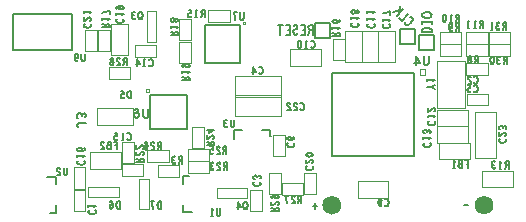
<source format=gbo>
G04 ================== begin FILE IDENTIFICATION RECORD ==================*
G04 Layout Name:  transponderRC2_4-11.brd*
G04 Film Name:    Silkscreen_bot*
G04 File Format:  Gerber RS274X*
G04 File Origin:  Cadence Allegro 17.2-S042*
G04 Origin Date:  Thu Jan 24 18:04:02 2019*
G04 *
G04 Layer:  PACKAGE GEOMETRY/SILKSCREEN_BOTTOM*
G04 Layer:  BOARD GEOMETRY/SILKSCREEN_BOTTOM*
G04 Layer:  REF DES/SILKSCREEN_BOTTOM*
G04 *
G04 Offset:    (0.0000 0.0000)*
G04 Mirror:    No*
G04 Mode:      Positive*
G04 Rotation:  0*
G04 FullContactRelief:  No*
G04 UndefLineWidth:     0.1500*
G04 ================== end FILE IDENTIFICATION RECORD ====================*
%FSAX55Y55*MOMM*%
%IR0*IPPOS*OFA0.00000B0.00000*MIA0B0*SFA1.00000B1.00000*%
%ADD10C,.1*%
%ADD11C,.13*%
%ADD12C,.15*%
%ADD13C,.1524*%
G75*
%LPD*%
G75*
G36*
G01X-0001575000Y0000110000D02*
G03X-0001575000Y0000110000I-0000080000J0D01*
G37*
G36*
G01X-0000285000Y0000110000D02*
G03X-0000285000Y0000110000I-0000080000J0D01*
G37*
G54D10*
G01X-0003840000Y0000240000D02*
X-0003840000Y0000060000D01*
X-0003740000Y0000060000D01*
X-0003740000Y0000240000D01*
X-0003840000Y0000240000D01*
G01X-0003740000Y0000250000D02*
X-0003740000Y0000430000D01*
X-0003840000Y0000430000D01*
X-0003840000Y0000250000D01*
X-0003740000Y0000250000D01*
G01X-0003740000Y0001595000D02*
X-0003740000Y0001415000D01*
X-0003640000Y0001415000D01*
X-0003640000Y0001595000D01*
X-0003740000Y0001595000D01*
G01X-0003330000Y0000465000D02*
X-0003330000Y0000645000D01*
X-0003430000Y0000645000D01*
X-0003430000Y0000465000D01*
X-0003330000Y0000465000D01*
G01X-0003250000Y0000460000D02*
X-0003430000Y0000460000D01*
X-0003430000Y0000360000D01*
X-0003250000Y0000360000D01*
X-0003250000Y0000460000D01*
G01X-0003700000Y0000420000D02*
X-0003440000Y0000420000D01*
X-0003440000Y0000560000D01*
X-0003700000Y0000560000D01*
X-0003700000Y0000420000D01*
G01X-0003465000Y0000180000D02*
X-0003715000Y0000180000D01*
X-0003715000Y0000260000D01*
X-0003455000Y0000260000D01*
X-0003455000Y0000180000D01*
X-0003465000Y0000180000D01*
G01X-0003340000Y0000930000D02*
X-0003640000Y0000930000D01*
X-0003640000Y0000790000D01*
X-0003340000Y0000790000D01*
X-0003340000Y0000930000D01*
G01X-0003360000Y0001280000D02*
X-0003540000Y0001280000D01*
X-0003540000Y0001180000D01*
X-0003360000Y0001180000D01*
X-0003360000Y0001280000D01*
G01X-0003630000Y0001595000D02*
X-0003630000Y0001415000D01*
X-0003530000Y0001415000D01*
X-0003530000Y0001595000D01*
X-0003630000Y0001595000D01*
G01X-0003520000Y0001640000D02*
X-0003520000Y0001380000D01*
X-0003380000Y0001380000D01*
X-0003380000Y0001640000D01*
X-0003520000Y0001640000D01*
G01X-0003205000Y0000325000D02*
X-0003205000Y0000075000D01*
X-0003285000Y0000075000D01*
X-0003285000Y0000335000D01*
X-0003205000Y0000335000D01*
X-0003205000Y0000325000D01*
G01X-0003125000Y0000350000D02*
X-0002945000Y0000350000D01*
X-0002945000Y0000450000D01*
X-0003125000Y0000450000D01*
X-0003125000Y0000350000D01*
G01X-0003035000Y0000575000D02*
X-0003215000Y0000575000D01*
X-0003215000Y0000475000D01*
X-0003035000Y0000475000D01*
X-0003035000Y0000575000D01*
G01X-0003205000Y0001070000D02*
X-0003225000Y0001070000D01*
X-0003225000Y0001090000D01*
X-0003205000Y0001090000D01*
X-0003205000Y0001070000D01*
G01X-0003140000Y0001465000D02*
X-0003320000Y0001465000D01*
X-0003320000Y0001365000D01*
X-0003140000Y0001365000D01*
X-0003140000Y0001465000D01*
G01X-0003220000Y0001500000D02*
X-0003220000Y0001750000D01*
X-0003140000Y0001750000D01*
X-0003140000Y0001490000D01*
X-0003220000Y0001490000D01*
X-0003220000Y0001500000D01*
G01X-0002875000Y0000385000D02*
X-0002695000Y0000385000D01*
X-0002695000Y0000485000D01*
X-0002875000Y0000485000D01*
X-0002875000Y0000385000D01*
G01X-0002695000Y0000585000D02*
X-0002875000Y0000585000D01*
X-0002875000Y0000485000D01*
X-0002695000Y0000485000D01*
X-0002695000Y0000585000D01*
G01X-0002835000Y0000775000D02*
X-0002835000Y0000595000D01*
X-0002735000Y0000595000D01*
X-0002735000Y0000775000D01*
X-0002835000Y0000775000D01*
G01X-0002845000Y0001505000D02*
X-0002845000Y0001685000D01*
X-0002945000Y0001685000D01*
X-0002945000Y0001505000D01*
X-0002845000Y0001505000D01*
G01X-0002945000Y0001494990D02*
X-0002945000Y0001315010D01*
X-0002845000Y0001315010D01*
X-0002845000Y0001494990D01*
X-0002945000Y0001494990D01*
G01X-0002699990Y0001665000D02*
X-0002520010Y0001665000D01*
X-0002520010Y0001765000D01*
X-0002699990Y0001765000D01*
X-0002699990Y0001665000D01*
G01X-0002380000Y0000175000D02*
X-0002630000Y0000175000D01*
X-0002630000Y0000255000D01*
X-0002370000Y0000255000D01*
X-0002370000Y0000175000D01*
X-0002380000Y0000175000D01*
G01X-0002476680Y0001025000D02*
X-0002086680Y0001025000D01*
X-0002086680Y0001205000D01*
X-0002476680Y0001205000D01*
X-0002476680Y0001025000D01*
G01X-0002476680Y0000865000D02*
X-0002086680Y0000865000D01*
X-0002086680Y0001045000D01*
X-0002476680Y0001045000D01*
X-0002476680Y0000865000D01*
G01X-0002410000Y0001645000D02*
X-0002410000Y0001665000D01*
X-0002390000Y0001665000D01*
X-0002390000Y0001645000D01*
X-0002410000Y0001645000D01*
G01X-0002345000Y0000240000D02*
X-0002345000Y0000060000D01*
X-0002245000Y0000060000D01*
X-0002245000Y0000240000D01*
X-0002345000Y0000240000D01*
G01X-0002075000Y0000200000D02*
X-0001895000Y0000200000D01*
X-0001895000Y0000300000D01*
X-0002075000Y0000300000D01*
X-0002075000Y0000200000D01*
G01X-0002085000Y0000205000D02*
X-0002085000Y0000385000D01*
X-0002185000Y0000385000D01*
X-0002185000Y0000205000D01*
X-0002085000Y0000205000D01*
G01X-0002150000Y0000705000D02*
X-0002150000Y0000525000D01*
X-0002050000Y0000525000D01*
X-0002050000Y0000705000D01*
X-0002150000Y0000705000D01*
G01X-0002010000Y0001290000D02*
X-0001750000Y0001290000D01*
X-0001750000Y0001430000D01*
X-0002010000Y0001430000D01*
X-0002010000Y0001290000D01*
G01X-0001890000Y0000385000D02*
X-0001890000Y0000205000D01*
X-0001790000Y0000205000D01*
X-0001790000Y0000385000D01*
X-0001890000Y0000385000D01*
G01X-0001435000Y0000175000D02*
X-0001175000Y0000175000D01*
X-0001175000Y0000315000D01*
X-0001435000Y0000315000D01*
X-0001435000Y0000175000D01*
G01X-0001540000Y0001340000D02*
X-0001540000Y0001520000D01*
X-0001640000Y0001520000D01*
X-0001640000Y0001340000D01*
X-0001540000Y0001340000D01*
G01X-0001400000Y0001585000D02*
X-0001400000Y0001325000D01*
X-0001260000Y0001325000D01*
X-0001260000Y0001585000D01*
X-0001400000Y0001585000D01*
G01X-0001540000Y0001585000D02*
X-0001540000Y0001325000D01*
X-0001400000Y0001325000D01*
X-0001400000Y0001585000D01*
X-0001540000Y0001585000D01*
G01X-0001260000Y0001585000D02*
X-0001260000Y0001325000D01*
X-0001120000Y0001325000D01*
X-0001120000Y0001585000D01*
X-0001260000Y0001585000D01*
G01X-0000485000Y0000640000D02*
X-0000745000Y0000640000D01*
X-0000745000Y0000500000D01*
X-0000485000Y0000500000D01*
X-0000485000Y0000640000D01*
G01X-0000505000Y0000920000D02*
X-0000765000Y0000920000D01*
X-0000765000Y0000780000D01*
X-0000505000Y0000780000D01*
X-0000505000Y0000920000D01*
G01X-0000505000Y0000780000D02*
X-0000765000Y0000780000D01*
X-0000765000Y0000640000D01*
X-0000505000Y0000640000D01*
X-0000505000Y0000780000D01*
G01X-0000525000Y0000930000D02*
X-0000525000Y0001330000D01*
X-0000765000Y0001330000D01*
X-0000765000Y0000930000D01*
X-0000525000Y0000930000D01*
G01X-0000865000Y0001215000D02*
X-0000905000Y0001215000D01*
X-0000905000Y0001265000D01*
X-0000865000Y0001265000D01*
X-0000865000Y0001215000D01*
G01X-0000560000Y0001475000D02*
X-0000740000Y0001475000D01*
X-0000740000Y0001375000D01*
X-0000560000Y0001375000D01*
X-0000560000Y0001475000D01*
G01X-0000740000Y0001475000D02*
X-0000560000Y0001475000D01*
X-0000560000Y0001575000D01*
X-0000740000Y0001575000D01*
X-0000740000Y0001475000D01*
G01X-0000120000Y0000400000D02*
X-0000380000Y0000400000D01*
X-0000380000Y0000260000D01*
X-0000120000Y0000260000D01*
X-0000120000Y0000400000D01*
G01X-0000440000Y0000901680D02*
X-0000440000Y0000511680D01*
X-0000260000Y0000511680D01*
X-0000260000Y0000901680D01*
X-0000440000Y0000901680D01*
G01X-0000510000Y0000955000D02*
X-0000330000Y0000955000D01*
X-0000330000Y0001055000D01*
X-0000510000Y0001055000D01*
X-0000510000Y0000955000D01*
G01X-0000515000Y0001210000D02*
X-0000335000Y0001210000D01*
X-0000335000Y0001310000D01*
X-0000515000Y0001310000D01*
X-0000515000Y0001210000D01*
G01X-0000335000Y0001475000D02*
X-0000515000Y0001475000D01*
X-0000515000Y0001375000D01*
X-0000335000Y0001375000D01*
X-0000335000Y0001475000D01*
G01X-0000515000Y0001475000D02*
X-0000335000Y0001475000D01*
X-0000335000Y0001575000D01*
X-0000515000Y0001575000D01*
X-0000515000Y0001475000D01*
G01X-0000145000Y0001475000D02*
X-0000325000Y0001475000D01*
X-0000325000Y0001375000D01*
X-0000145000Y0001375000D01*
X-0000145000Y0001475000D01*
G01X-0000325000Y0001475000D02*
X-0000145000Y0001475000D01*
X-0000145000Y0001575000D01*
X-0000325000Y0001575000D01*
X-0000325000Y0001475000D01*
G54D11*
G01X-0001814330Y0001555000D02*
X-0001814330Y0001635000D01*
X-0001837670Y0001635000D01*
X-0001845130Y0001631000D01*
X-0001849800Y0001625670D01*
X-0001851670Y0001615000D01*
X-0001849800Y0001604330D01*
X-0001844200Y0001597670D01*
X-0001837670Y0001593670D01*
X-0001814330Y0001593670D01*
G01X-0001837670Y0001593670D02*
X-0001851670Y0001555000D01*
G01X-0001915670Y0001555000D02*
X-0001878330Y0001555000D01*
X-0001878330Y0001635000D01*
X-0001915670Y0001635000D01*
G01X-0001900730Y0001596330D02*
X-0001878330Y0001596330D01*
G01X-0001941400Y0001565660D02*
X-0001948870Y0001559000D01*
X-0001957270Y0001555000D01*
X-0001964730Y0001555000D01*
X-0001972200Y0001559000D01*
X-0001977800Y0001565660D01*
X-0001980600Y0001575000D01*
X-0001978730Y0001584330D01*
X-0001974070Y0001592330D01*
X-0001965670Y0001597670D01*
X-0001954470Y0001600330D01*
X-0001947930Y0001605670D01*
X-0001945130Y0001615000D01*
X-0001947000Y0001624330D01*
X-0001951670Y0001631000D01*
X-0001958200Y0001635000D01*
X-0001964730Y0001635000D01*
X-0001971270Y0001632330D01*
X-0001976870Y0001625670D01*
G01X-0002043670Y0001555000D02*
X-0002006330Y0001555000D01*
X-0002006330Y0001635000D01*
X-0002043670Y0001635000D01*
G01X-0002028730Y0001596330D02*
X-0002006330Y0001596330D01*
G01X-0002089000Y0001635000D02*
X-0002089000Y0001555000D01*
G01X-0002067530Y0001635000D02*
X-0002110470Y0001635000D01*
G01X-0000992460Y0001706170D02*
X-0000985670Y0001705040D01*
X-0000979170Y0001702310D01*
X-0000973890Y0001697030D01*
X-0000970780Y0001688260D01*
X-0000970870Y0001678930D01*
X-0000973230Y0001669970D01*
X-0000980020Y0001657900D01*
X-0000987840Y0001648750D01*
X-0000997650Y0001641590D01*
X-0001005290Y0001637910D01*
X-0001014900Y0001636220D01*
X-0001023290Y0001637060D01*
X-0001029800Y0001639800D01*
X-0001034420Y0001644420D01*
X-0001037150Y0001650920D01*
X-0001038290Y0001657710D01*
X-0001037820Y0001664780D01*
G01X-0001005280Y0001728420D02*
X-0001061850Y0001671850D01*
X-0001088250Y0001698250D01*
G01X-0001105780Y0001715780D02*
X-0001049210Y0001772350D01*
G01X-0001074290Y0001797430D02*
X-0001084100Y0001737460D01*
G01X-0001134820Y0001744820D02*
X-0001079290Y0001764710D01*
G01X-0000890000Y0001572470D02*
X-0000810000Y0001572470D01*
X-0000810000Y0001591130D01*
X-0000814000Y0001598600D01*
X-0000819330Y0001604200D01*
X-0000827330Y0001608870D01*
X-0000836670Y0001612600D01*
X-0000850000Y0001613530D01*
X-0000863330Y0001612600D01*
X-0000872670Y0001608870D01*
X-0000880670Y0001604200D01*
X-0000886000Y0001598600D01*
X-0000890000Y0001591130D01*
X-0000890000Y0001572470D01*
G01X-0000810000Y0001645800D02*
X-0000810000Y0001668200D01*
G01X-0000810000Y0001657000D02*
X-0000890000Y0001657000D01*
G01X-0000890000Y0001645800D02*
X-0000890000Y0001668200D01*
G01X-0000890000Y0001721000D02*
X-0000888670Y0001713530D01*
X-0000883330Y0001707000D01*
X-0000875330Y0001701400D01*
X-0000866000Y0001697670D01*
X-0000855330Y0001695800D01*
X-0000844670Y0001695800D01*
X-0000834000Y0001697670D01*
X-0000824670Y0001701400D01*
X-0000816670Y0001707000D01*
X-0000811330Y0001713530D01*
X-0000810000Y0001721000D01*
X-0000811330Y0001728470D01*
X-0000816670Y0001735000D01*
X-0000824670Y0001740600D01*
X-0000834000Y0001744330D01*
X-0000844670Y0001746200D01*
X-0000855330Y0001746200D01*
X-0000866000Y0001744330D01*
X-0000875330Y0001740600D01*
X-0000883330Y0001735000D01*
X-0000888670Y0001728470D01*
X-0000890000Y0001721000D01*
G54D12*
G01X-0001775560Y0000102330D02*
X-0001814160Y0000102330D01*
G01X-0001793250Y0000129850D02*
X-0001793250Y0000074810D01*
G01X-0000497340Y0000112330D02*
X-0000539160Y0000112330D01*
G01X-0003850000Y0001725000D02*
X-0003850000Y0001425000D01*
X-0004350000Y0001425000D01*
X-0004350000Y0001725000D01*
X-0003850000Y0001725000D01*
G01X-0003656790Y0000065220D02*
X-0003653620Y0000061160D01*
X-0003651500Y0000056420D01*
X-0003651500Y0000051000D01*
X-0003654680Y0000044900D01*
X-0003659970Y0000040160D01*
X-0003666320Y0000036770D01*
X-0003676900Y0000034060D01*
X-0003686430Y0000033390D01*
X-0003695950Y0000034740D01*
X-0003702300Y0000036770D01*
X-0003708650Y0000040840D01*
X-0003712880Y0000045580D01*
X-0003715000Y0000050320D01*
X-0003715000Y0000055060D01*
X-0003712880Y0000059800D01*
X-0003709710Y0000063870D01*
X-0003705480Y0000067250D01*
G01X-0003715000Y0000106200D02*
X-0003651500Y0000106200D01*
X-0003664200Y0000098070D01*
G01X-0003715000Y0000098070D02*
X-0003715000Y0000114330D01*
G01X-0003751790Y0000485220D02*
X-0003748620Y0000481160D01*
X-0003746500Y0000476420D01*
X-0003746500Y0000471000D01*
X-0003749680Y0000464900D01*
X-0003754970Y0000460160D01*
X-0003761320Y0000456770D01*
X-0003771900Y0000454060D01*
X-0003781430Y0000453390D01*
X-0003790950Y0000454740D01*
X-0003797300Y0000456770D01*
X-0003803650Y0000460840D01*
X-0003807880Y0000465580D01*
X-0003810000Y0000470320D01*
X-0003810000Y0000475060D01*
X-0003807880Y0000479800D01*
X-0003804710Y0000483870D01*
X-0003800480Y0000487250D01*
G01X-0003810000Y0000526200D02*
X-0003746500Y0000526200D01*
X-0003759200Y0000518070D01*
G01X-0003810000Y0000518070D02*
X-0003810000Y0000534330D01*
G01X-0003783540Y0000569210D02*
X-0003776130Y0000573950D01*
X-0003771900Y0000578020D01*
X-0003769780Y0000583430D01*
X-0003771900Y0000588180D01*
X-0003776130Y0000591560D01*
X-0003782480Y0000594270D01*
X-0003789890Y0000594950D01*
X-0003796240Y0000594270D01*
X-0003802590Y0000591560D01*
X-0003807880Y0000587500D01*
X-0003810000Y0000582760D01*
X-0003807880Y0000577340D01*
X-0003801540Y0000572600D01*
X-0003792010Y0000569890D01*
X-0003781430Y0000569210D01*
X-0003767670Y0000570560D01*
X-0003760260Y0000572600D01*
X-0003752850Y0000575980D01*
X-0003747560Y0000580730D01*
X-0003746500Y0000585470D01*
X-0003748620Y0000590210D01*
X-0003753910Y0000593600D01*
G01X-0003895420Y0000428500D02*
X-0003895420Y0000382990D01*
X-0003898130Y0000373460D01*
X-0003903550Y0000367120D01*
X-0003910320Y0000365000D01*
X-0003917090Y0000367120D01*
X-0003922510Y0000373460D01*
X-0003925220Y0000382990D01*
X-0003925220Y0000428500D01*
G01X-0003953330Y0000417920D02*
X-0003957390Y0000424270D01*
X-0003962140Y0000427440D01*
X-0003967550Y0000428500D01*
X-0003974330Y0000426380D01*
X-0003979070Y0000421090D01*
X-0003980420Y0000414740D01*
X-0003979750Y0000408390D01*
X-0003977040Y0000403100D01*
X-0003963490Y0000392520D01*
X-0003957390Y0000385110D01*
X-0003953330Y0000374520D01*
X-0003951980Y0000365000D01*
X-0003980420Y0000365000D01*
G01X-0003799250Y0000769740D02*
X-0003807130Y0000774610D01*
X-0003812380Y0000780450D01*
X-0003815000Y0000787260D01*
X-0003812380Y0000795050D01*
X-0003807130Y0000800890D01*
X-0003799250Y0000806740D01*
X-0003788750Y0000808680D01*
X-0003736260Y0000808680D01*
G01X-0003799250Y0000846530D02*
X-0003808440Y0000852370D01*
X-0003813690Y0000860160D01*
X-0003815000Y0000868920D01*
X-0003813690Y0000876710D01*
X-0003807130Y0000884500D01*
X-0003799250Y0000889370D01*
X-0003791380Y0000890340D01*
X-0003782190Y0000888400D01*
X-0003775630Y0000881580D01*
X-0003773000Y0000874770D01*
X-0003773000Y0000866000D01*
G01X-0003773000Y0000874770D02*
X-0003769070Y0000880610D01*
X-0003762510Y0000885480D01*
X-0003754630Y0000887420D01*
X-0003746760Y0000885480D01*
X-0003740200Y0000880610D01*
X-0003736260Y0000871840D01*
X-0003737570Y0000863080D01*
X-0003742820Y0000854320D01*
G01X-0003745420Y0001393500D02*
X-0003745420Y0001347990D01*
X-0003748130Y0001338460D01*
X-0003753550Y0001332120D01*
X-0003760320Y0001330000D01*
X-0003767090Y0001332120D01*
X-0003772510Y0001338460D01*
X-0003775220Y0001347990D01*
X-0003775220Y0001393500D01*
G01X-0003804680Y0001337410D02*
X-0003809430Y0001332120D01*
X-0003814850Y0001330000D01*
X-0003820260Y0001332120D01*
X-0003825010Y0001338460D01*
X-0003828390Y0001347990D01*
X-0003829750Y0001357520D01*
X-0003829750Y0001369160D01*
X-0003828390Y0001378680D01*
X-0003825010Y0001387150D01*
X-0003820940Y0001391380D01*
X-0003816200Y0001393500D01*
X-0003810780Y0001391380D01*
X-0003806720Y0001387150D01*
X-0003804010Y0001380800D01*
X-0003802650Y0001372330D01*
X-0003804010Y0001364930D01*
X-0003807390Y0001357520D01*
X-0003811460Y0001353280D01*
X-0003816200Y0001352220D01*
X-0003821620Y0001354340D01*
X-0003825680Y0001359630D01*
X-0003829750Y0001369160D01*
G01X-0003696790Y0001645220D02*
X-0003693620Y0001641160D01*
X-0003691500Y0001636420D01*
X-0003691500Y0001631000D01*
X-0003694680Y0001624900D01*
X-0003699970Y0001620160D01*
X-0003706320Y0001616770D01*
X-0003716900Y0001614060D01*
X-0003726430Y0001613390D01*
X-0003735950Y0001614740D01*
X-0003742300Y0001616770D01*
X-0003748650Y0001620840D01*
X-0003752880Y0001625580D01*
X-0003755000Y0001630320D01*
X-0003755000Y0001635060D01*
X-0003752880Y0001639800D01*
X-0003749710Y0001643870D01*
X-0003745480Y0001647250D01*
G01X-0003702080Y0001673330D02*
X-0003695730Y0001677390D01*
X-0003692560Y0001682140D01*
X-0003691500Y0001687550D01*
X-0003693620Y0001694330D01*
X-0003698910Y0001699070D01*
X-0003705260Y0001700420D01*
X-0003711610Y0001699750D01*
X-0003716900Y0001697040D01*
X-0003727480Y0001683490D01*
X-0003734890Y0001677390D01*
X-0003745480Y0001673330D01*
X-0003755000Y0001671980D01*
X-0003755000Y0001700420D01*
G01X-0003755000Y0001742080D02*
X-0003691500Y0001742080D01*
X-0003704200Y0001733950D01*
G01X-0003755000Y0001733950D02*
X-0003755000Y0001750210D01*
G01X-0003450420Y0000080000D02*
X-0003450420Y0000143500D01*
X-0003463970Y0000143500D01*
X-0003469380Y0000140320D01*
X-0003473450Y0000136090D01*
X-0003476840Y0000129740D01*
X-0003479540Y0000122330D01*
X-0003480220Y0000111750D01*
X-0003479540Y0000101170D01*
X-0003476840Y0000093760D01*
X-0003473450Y0000087410D01*
X-0003469380Y0000083170D01*
X-0003463970Y0000080000D01*
X-0003450420Y0000080000D01*
G01X-0003508330Y0000106460D02*
X-0003513070Y0000113870D01*
X-0003517140Y0000118100D01*
X-0003522550Y0000120220D01*
X-0003527300Y0000118100D01*
X-0003530680Y0000113870D01*
X-0003533390Y0000107520D01*
X-0003534070Y0000100110D01*
X-0003533390Y0000093760D01*
X-0003530680Y0000087410D01*
X-0003526620Y0000082120D01*
X-0003521880Y0000080000D01*
X-0003516460Y0000082120D01*
X-0003511720Y0000088460D01*
X-0003509010Y0000097990D01*
X-0003508330Y0000108570D01*
X-0003509680Y0000122330D01*
X-0003511720Y0000129740D01*
X-0003515100Y0000137150D01*
X-0003519850Y0000142440D01*
X-0003524590Y0000143500D01*
X-0003529330Y0000141380D01*
X-0003532720Y0000136090D01*
G01X-0003385220Y0000718210D02*
X-0003381160Y0000721380D01*
X-0003376420Y0000723500D01*
X-0003371000Y0000723500D01*
X-0003364900Y0000720320D01*
X-0003360160Y0000715030D01*
X-0003356770Y0000708680D01*
X-0003354060Y0000698100D01*
X-0003353390Y0000688570D01*
X-0003354740Y0000679050D01*
X-0003356770Y0000672700D01*
X-0003360840Y0000666350D01*
X-0003365580Y0000662120D01*
X-0003370320Y0000660000D01*
X-0003375060Y0000660000D01*
X-0003379800Y0000662120D01*
X-0003383870Y0000665290D01*
X-0003387250Y0000669520D01*
G01X-0003426200Y0000660000D02*
X-0003426200Y0000723500D01*
X-0003418070Y0000710800D01*
G01X-0003418070Y0000660000D02*
X-0003434330Y0000660000D01*
G01X-0003467180Y0000669520D02*
X-0003471240Y0000664230D01*
X-0003475980Y0000661060D01*
X-0003482080Y0000660000D01*
X-0003488180Y0000662120D01*
X-0003492920Y0000666350D01*
X-0003496300Y0000673760D01*
X-0003496980Y0000682220D01*
X-0003495630Y0000690690D01*
X-0003492240Y0000695980D01*
X-0003487500Y0000700220D01*
X-0003482760Y0000701270D01*
X-0003478020Y0000700220D01*
X-0003471920Y0000695980D01*
X-0003473950Y0000723500D01*
X-0003492240Y0000723500D01*
G01X-0003472450Y0000585000D02*
X-0003472450Y0000648500D01*
X-0003498190Y0000648500D01*
G01X-0003488710Y0000617810D02*
X-0003472450Y0000617810D01*
G01X-0003546620Y0000618870D02*
X-0003549330Y0000622040D01*
X-0003551360Y0000627330D01*
X-0003552720Y0000634740D01*
X-0003551360Y0000641090D01*
X-0003548650Y0000645320D01*
X-0003543910Y0000648500D01*
X-0003525620Y0000648500D01*
X-0003525620Y0000585000D01*
X-0003547970Y0000585000D01*
X-0003552720Y0000589230D01*
X-0003555420Y0000595580D01*
X-0003556780Y0000602990D01*
X-0003555420Y0000610400D01*
X-0003551360Y0000616750D01*
X-0003546620Y0000618870D01*
X-0003525620Y0000618870D01*
G01X-0003584210Y0000637920D02*
X-0003588270Y0000644270D01*
X-0003593020Y0000647440D01*
X-0003598430Y0000648500D01*
X-0003605210Y0000646380D01*
X-0003609950Y0000641090D01*
X-0003611300Y0000634740D01*
X-0003610630Y0000628390D01*
X-0003607920Y0000623100D01*
X-0003594370Y0000612520D01*
X-0003588270Y0000605110D01*
X-0003584210Y0000594520D01*
X-0003582860Y0000585000D01*
X-0003611300Y0000585000D01*
G01X-0003355420Y0001015000D02*
X-0003355420Y0001078500D01*
X-0003368970Y0001078500D01*
X-0003374380Y0001075320D01*
X-0003378450Y0001071090D01*
X-0003381840Y0001064740D01*
X-0003384540Y0001057330D01*
X-0003385220Y0001046750D01*
X-0003384540Y0001036170D01*
X-0003381840Y0001028760D01*
X-0003378450Y0001022410D01*
X-0003374380Y0001018170D01*
X-0003368970Y0001015000D01*
X-0003355420Y0001015000D01*
G01X-0003411300Y0001024520D02*
X-0003415360Y0001019230D01*
X-0003420100Y0001016060D01*
X-0003426200Y0001015000D01*
X-0003432300Y0001017120D01*
X-0003437040Y0001021350D01*
X-0003440420Y0001028760D01*
X-0003441100Y0001037220D01*
X-0003439750Y0001045690D01*
X-0003436360Y0001050980D01*
X-0003431620Y0001055220D01*
X-0003426880Y0001056270D01*
X-0003422140Y0001055220D01*
X-0003416040Y0001050980D01*
X-0003418070Y0001078500D01*
X-0003436360Y0001078500D01*
G01X-0003391770Y0001295000D02*
X-0003391770Y0001358500D01*
X-0003408710Y0001358500D01*
X-0003414130Y0001355320D01*
X-0003417510Y0001351090D01*
X-0003418870Y0001342620D01*
X-0003417510Y0001334160D01*
X-0003413450Y0001328870D01*
X-0003408710Y0001325690D01*
X-0003391770Y0001325690D01*
G01X-0003408710Y0001325690D02*
X-0003418870Y0001295000D01*
G01X-0003448330Y0001347920D02*
X-0003452390Y0001354270D01*
X-0003457140Y0001357440D01*
X-0003462550Y0001358500D01*
X-0003469330Y0001356380D01*
X-0003474070Y0001351090D01*
X-0003475420Y0001344740D01*
X-0003474750Y0001338390D01*
X-0003472040Y0001333100D01*
X-0003458490Y0001322520D01*
X-0003452390Y0001315110D01*
X-0003448330Y0001304520D01*
X-0003446980Y0001295000D01*
X-0003475420Y0001295000D01*
G01X-0003517080Y0001295000D02*
X-0003521820Y0001296060D01*
X-0003527240Y0001299230D01*
X-0003530630Y0001304520D01*
X-0003531980Y0001311930D01*
X-0003530630Y0001319340D01*
X-0003526560Y0001325690D01*
X-0003520470Y0001328870D01*
X-0003513690Y0001328870D01*
X-0003509630Y0001330980D01*
X-0003506240Y0001336270D01*
X-0003504890Y0001343680D01*
X-0003506920Y0001351090D01*
X-0003511660Y0001356380D01*
X-0003517080Y0001358500D01*
X-0003522500Y0001356380D01*
X-0003527240Y0001351090D01*
X-0003529270Y0001343680D01*
X-0003527920Y0001336270D01*
X-0003524530Y0001330980D01*
X-0003520470Y0001328870D01*
X-0003513690Y0001328870D01*
X-0003507600Y0001325690D01*
X-0003503530Y0001319340D01*
X-0003502180Y0001311930D01*
X-0003503530Y0001304520D01*
X-0003506920Y0001299230D01*
X-0003512340Y0001296060D01*
X-0003517080Y0001295000D01*
G01X-0003600000Y0001616770D02*
X-0003536500Y0001616770D01*
X-0003536500Y0001633710D01*
X-0003539680Y0001639130D01*
X-0003543910Y0001642510D01*
X-0003552380Y0001643870D01*
X-0003560840Y0001642510D01*
X-0003566130Y0001638450D01*
X-0003569310Y0001633710D01*
X-0003569310Y0001616770D01*
G01X-0003569310Y0001633710D02*
X-0003600000Y0001643870D01*
G01X-0003600000Y0001686200D02*
X-0003536500Y0001686200D01*
X-0003549200Y0001678070D01*
G01X-0003600000Y0001678070D02*
X-0003600000Y0001694330D01*
G01X-0003600000Y0001740730D02*
X-0003586240Y0001742080D01*
X-0003574600Y0001744110D01*
X-0003564020Y0001746820D01*
X-0003552380Y0001750210D01*
X-0003536500Y0001755630D01*
X-0003536500Y0001728530D01*
G01X-0003421790Y0001685220D02*
X-0003418620Y0001681160D01*
X-0003416500Y0001676420D01*
X-0003416500Y0001671000D01*
X-0003419680Y0001664900D01*
X-0003424970Y0001660160D01*
X-0003431320Y0001656770D01*
X-0003441900Y0001654060D01*
X-0003451430Y0001653390D01*
X-0003460950Y0001654740D01*
X-0003467300Y0001656770D01*
X-0003473650Y0001660840D01*
X-0003477880Y0001665580D01*
X-0003480000Y0001670320D01*
X-0003480000Y0001675060D01*
X-0003477880Y0001679800D01*
X-0003474710Y0001683870D01*
X-0003470480Y0001687250D01*
G01X-0003480000Y0001726200D02*
X-0003416500Y0001726200D01*
X-0003429200Y0001718070D01*
G01X-0003480000Y0001718070D02*
X-0003480000Y0001734330D01*
G01X-0003472590Y0001770560D02*
X-0003477880Y0001775310D01*
X-0003480000Y0001780730D01*
X-0003477880Y0001786140D01*
X-0003471540Y0001790890D01*
X-0003462010Y0001794270D01*
X-0003452480Y0001795630D01*
X-0003440840Y0001795630D01*
X-0003431320Y0001794270D01*
X-0003422850Y0001790890D01*
X-0003418620Y0001786820D01*
X-0003416500Y0001782080D01*
X-0003418620Y0001776660D01*
X-0003422850Y0001772600D01*
X-0003429200Y0001769890D01*
X-0003437670Y0001768530D01*
X-0003445070Y0001769890D01*
X-0003452480Y0001773270D01*
X-0003456720Y0001777340D01*
X-0003457780Y0001782080D01*
X-0003455660Y0001787500D01*
X-0003450370Y0001791560D01*
X-0003440840Y0001795630D01*
G01X-0003100420Y0000080000D02*
X-0003100420Y0000143500D01*
X-0003113970Y0000143500D01*
X-0003119380Y0000140320D01*
X-0003123450Y0000136090D01*
X-0003126840Y0000129740D01*
X-0003129540Y0000122330D01*
X-0003130220Y0000111750D01*
X-0003129540Y0000101170D01*
X-0003126840Y0000093760D01*
X-0003123450Y0000087410D01*
X-0003119380Y0000083170D01*
X-0003113970Y0000080000D01*
X-0003100420Y0000080000D01*
G01X-0003169850Y0000080000D02*
X-0003171200Y0000093760D01*
X-0003173230Y0000105400D01*
X-0003175940Y0000115980D01*
X-0003179330Y0000127620D01*
X-0003184750Y0000143500D01*
X-0003157650Y0000143500D01*
G01X-0003310000Y0000476770D02*
X-0003246500Y0000476770D01*
X-0003246500Y0000493710D01*
X-0003249680Y0000499130D01*
X-0003253910Y0000502510D01*
X-0003262380Y0000503870D01*
X-0003270840Y0000502510D01*
X-0003276130Y0000498450D01*
X-0003279310Y0000493710D01*
X-0003279310Y0000476770D01*
G01X-0003279310Y0000493710D02*
X-0003310000Y0000503870D01*
G01X-0003257080Y0000533330D02*
X-0003250730Y0000537390D01*
X-0003247560Y0000542140D01*
X-0003246500Y0000547550D01*
X-0003248620Y0000554330D01*
X-0003253910Y0000559070D01*
X-0003260260Y0000560420D01*
X-0003266610Y0000559750D01*
X-0003271900Y0000557040D01*
X-0003282480Y0000543490D01*
X-0003289890Y0000537390D01*
X-0003300480Y0000533330D01*
X-0003310000Y0000531980D01*
X-0003310000Y0000560420D01*
G01X-0003257080Y0000589210D02*
X-0003250730Y0000593270D01*
X-0003247560Y0000598020D01*
X-0003246500Y0000603430D01*
X-0003248620Y0000610210D01*
X-0003253910Y0000614950D01*
X-0003260260Y0000616300D01*
X-0003266610Y0000615630D01*
X-0003271900Y0000612920D01*
X-0003282480Y0000599370D01*
X-0003289890Y0000593270D01*
X-0003300480Y0000589210D01*
X-0003310000Y0000587860D01*
X-0003310000Y0000616300D01*
G01X-0003101770Y0000580000D02*
X-0003101770Y0000643500D01*
X-0003118710Y0000643500D01*
X-0003124130Y0000640320D01*
X-0003127510Y0000636090D01*
X-0003128870Y0000627620D01*
X-0003127510Y0000619160D01*
X-0003123450Y0000613870D01*
X-0003118710Y0000610690D01*
X-0003101770Y0000610690D01*
G01X-0003118710Y0000610690D02*
X-0003128870Y0000580000D01*
G01X-0003158330Y0000632920D02*
X-0003162390Y0000639270D01*
X-0003167140Y0000642440D01*
X-0003172550Y0000643500D01*
X-0003179330Y0000641380D01*
X-0003184070Y0000636090D01*
X-0003185420Y0000629740D01*
X-0003184750Y0000623390D01*
X-0003182040Y0000618100D01*
X-0003168490Y0000607520D01*
X-0003162390Y0000600110D01*
X-0003158330Y0000589520D01*
X-0003156980Y0000580000D01*
X-0003185420Y0000580000D01*
G01X-0003214210Y0000606460D02*
X-0003218950Y0000613870D01*
X-0003223020Y0000618100D01*
X-0003228430Y0000620220D01*
X-0003233180Y0000618100D01*
X-0003236560Y0000613870D01*
X-0003239270Y0000607520D01*
X-0003239950Y0000600110D01*
X-0003239270Y0000593760D01*
X-0003236560Y0000587410D01*
X-0003232500Y0000582120D01*
X-0003227760Y0000580000D01*
X-0003222340Y0000582120D01*
X-0003217600Y0000588460D01*
X-0003214890Y0000597990D01*
X-0003214210Y0000608570D01*
X-0003215560Y0000622330D01*
X-0003217600Y0000629740D01*
X-0003220980Y0000637150D01*
X-0003225730Y0000642440D01*
X-0003230470Y0000643500D01*
X-0003235210Y0000641380D01*
X-0003238600Y0000636090D01*
G01X-0003207790Y0000923740D02*
X-0003207790Y0000867310D01*
X-0003211680Y0000855500D01*
X-0003219470Y0000847620D01*
X-0003229210Y0000845000D01*
X-0003238950Y0000847620D01*
X-0003246740Y0000855500D01*
X-0003250630Y0000867310D01*
X-0003250630Y0000923740D01*
G01X-0003289450Y0000877810D02*
X-0003296270Y0000887000D01*
X-0003302110Y0000892240D01*
X-0003309900Y0000894870D01*
X-0003316710Y0000892240D01*
X-0003321580Y0000887000D01*
X-0003325480Y0000879120D01*
X-0003326450Y0000869930D01*
X-0003325480Y0000862060D01*
X-0003321580Y0000854180D01*
X-0003315740Y0000847620D01*
X-0003308920Y0000845000D01*
X-0003301130Y0000847620D01*
X-0003294320Y0000855500D01*
X-0003290420Y0000867310D01*
X-0003289450Y0000880430D01*
X-0003291400Y0000897490D01*
X-0003294320Y0000906680D01*
X-0003299190Y0000915870D01*
X-0003306000Y0000922430D01*
X-0003312820Y0000923740D01*
X-0003319630Y0000921120D01*
X-0003324500Y0000914550D01*
G01X-0002877500Y0001045000D02*
X-0002877500Y0000755000D01*
X-0003192500Y0000755000D01*
X-0003192500Y0001045000D01*
X-0002877500Y0001045000D01*
G01X-0003200220Y0001343210D02*
X-0003196160Y0001346380D01*
X-0003191420Y0001348500D01*
X-0003186000Y0001348500D01*
X-0003179900Y0001345320D01*
X-0003175160Y0001340030D01*
X-0003171770Y0001333680D01*
X-0003169060Y0001323100D01*
X-0003168390Y0001313570D01*
X-0003169740Y0001304050D01*
X-0003171770Y0001297700D01*
X-0003175840Y0001291350D01*
X-0003180580Y0001287120D01*
X-0003185320Y0001285000D01*
X-0003190060Y0001285000D01*
X-0003194800Y0001287120D01*
X-0003198870Y0001290290D01*
X-0003202250Y0001294520D01*
G01X-0003241200Y0001285000D02*
X-0003241200Y0001348500D01*
X-0003233070Y0001335800D01*
G01X-0003233070Y0001285000D02*
X-0003249330Y0001285000D01*
G01X-0003305210Y0001285000D02*
X-0003305210Y0001348500D01*
X-0003280150Y0001302990D01*
X-0003314010Y0001302990D01*
G01X-0003020000Y0001551770D02*
X-0002956500Y0001551770D01*
X-0002956500Y0001568710D01*
X-0002959680Y0001574130D01*
X-0002963910Y0001577510D01*
X-0002972380Y0001578870D01*
X-0002980840Y0001577510D01*
X-0002986130Y0001573450D01*
X-0002989310Y0001568710D01*
X-0002989310Y0001551770D01*
G01X-0002989310Y0001568710D02*
X-0003020000Y0001578870D01*
G01X-0003020000Y0001621200D02*
X-0002956500Y0001621200D01*
X-0002969200Y0001613070D01*
G01X-0003020000Y0001613070D02*
X-0003020000Y0001629330D01*
G01X-0003020000Y0001677080D02*
X-0003018940Y0001681820D01*
X-0003015770Y0001687240D01*
X-0003010480Y0001690630D01*
X-0003003070Y0001691980D01*
X-0002995660Y0001690630D01*
X-0002989310Y0001686560D01*
X-0002986130Y0001680470D01*
X-0002986130Y0001673690D01*
X-0002984020Y0001669630D01*
X-0002978730Y0001666240D01*
X-0002971320Y0001664890D01*
X-0002963910Y0001666920D01*
X-0002958620Y0001671660D01*
X-0002956500Y0001677080D01*
X-0002958620Y0001682500D01*
X-0002963910Y0001687240D01*
X-0002971320Y0001689270D01*
X-0002978730Y0001687920D01*
X-0002984020Y0001684530D01*
X-0002986130Y0001680470D01*
X-0002986130Y0001673690D01*
X-0002989310Y0001667600D01*
X-0002995660Y0001663530D01*
X-0003003070Y0001662180D01*
X-0003010480Y0001663530D01*
X-0003015770Y0001666920D01*
X-0003018940Y0001672340D01*
X-0003020000Y0001677080D01*
G01X-0003275320Y0001685000D02*
X-0003269900Y0001686060D01*
X-0003265160Y0001690290D01*
X-0003261100Y0001696640D01*
X-0003258390Y0001704050D01*
X-0003257030Y0001712520D01*
X-0003257030Y0001720980D01*
X-0003258390Y0001729450D01*
X-0003261100Y0001736860D01*
X-0003265160Y0001743210D01*
X-0003269900Y0001747440D01*
X-0003275320Y0001748500D01*
X-0003280740Y0001747440D01*
X-0003285480Y0001743210D01*
X-0003289540Y0001736860D01*
X-0003292250Y0001729450D01*
X-0003293610Y0001720980D01*
X-0003293610Y0001712520D01*
X-0003292250Y0001704050D01*
X-0003289540Y0001696640D01*
X-0003285480Y0001690290D01*
X-0003280740Y0001686060D01*
X-0003275320Y0001685000D01*
G01X-0003280740Y0001701930D02*
X-0003288870Y0001685000D01*
G01X-0003316300Y0001697700D02*
X-0003320360Y0001690290D01*
X-0003325780Y0001686060D01*
X-0003331880Y0001685000D01*
X-0003337300Y0001686060D01*
X-0003342720Y0001691350D01*
X-0003346100Y0001697700D01*
X-0003346780Y0001704050D01*
X-0003345420Y0001711460D01*
X-0003340680Y0001716750D01*
X-0003335940Y0001718870D01*
X-0003329850Y0001718870D01*
G01X-0003335940Y0001718870D02*
X-0003340010Y0001722040D01*
X-0003343390Y0001727330D01*
X-0003344750Y0001733680D01*
X-0003343390Y0001740030D01*
X-0003340010Y0001745320D01*
X-0003333910Y0001748500D01*
X-0003327810Y0001747440D01*
X-0003321720Y0001743210D01*
G01X-0002921770Y0000460000D02*
X-0002921770Y0000523500D01*
X-0002938710Y0000523500D01*
X-0002944130Y0000520320D01*
X-0002947510Y0000516090D01*
X-0002948870Y0000507620D01*
X-0002947510Y0000499160D01*
X-0002943450Y0000493870D01*
X-0002938710Y0000490690D01*
X-0002921770Y0000490690D01*
G01X-0002938710Y0000490690D02*
X-0002948870Y0000460000D01*
G01X-0002976300Y0000472700D02*
X-0002980360Y0000465290D01*
X-0002985780Y0000461060D01*
X-0002991880Y0000460000D01*
X-0002997300Y0000461060D01*
X-0003002720Y0000466350D01*
X-0003006100Y0000472700D01*
X-0003006780Y0000479050D01*
X-0003005420Y0000486460D01*
X-0003000680Y0000491750D01*
X-0002995940Y0000493870D01*
X-0002989850Y0000493870D01*
G01X-0002995940Y0000493870D02*
X-0003000010Y0000497040D01*
X-0003003390Y0000502330D01*
X-0003004750Y0000508680D01*
X-0003003390Y0000515030D01*
X-0003000010Y0000520320D01*
X-0002993910Y0000523500D01*
X-0002987810Y0000522440D01*
X-0002981720Y0000518210D01*
G01X-0002715000Y0000616770D02*
X-0002651500Y0000616770D01*
X-0002651500Y0000633710D01*
X-0002654680Y0000639130D01*
X-0002658910Y0000642510D01*
X-0002667380Y0000643870D01*
X-0002675840Y0000642510D01*
X-0002681130Y0000638450D01*
X-0002684310Y0000633710D01*
X-0002684310Y0000616770D01*
G01X-0002684310Y0000633710D02*
X-0002715000Y0000643870D01*
G01X-0002662080Y0000673330D02*
X-0002655730Y0000677390D01*
X-0002652560Y0000682140D01*
X-0002651500Y0000687550D01*
X-0002653620Y0000694330D01*
X-0002658910Y0000699070D01*
X-0002665260Y0000700420D01*
X-0002671610Y0000699750D01*
X-0002676900Y0000697040D01*
X-0002687480Y0000683490D01*
X-0002694890Y0000677390D01*
X-0002705480Y0000673330D01*
X-0002715000Y0000671980D01*
X-0002715000Y0000700420D01*
G01X-0002715000Y0000750210D02*
X-0002651500Y0000750210D01*
X-0002697010Y0000725150D01*
X-0002697010Y0000759010D01*
G01X-0002920000Y0001166770D02*
X-0002856500Y0001166770D01*
X-0002856500Y0001183710D01*
X-0002859680Y0001189130D01*
X-0002863910Y0001192510D01*
X-0002872380Y0001193870D01*
X-0002880840Y0001192510D01*
X-0002886130Y0001188450D01*
X-0002889310Y0001183710D01*
X-0002889310Y0001166770D01*
G01X-0002889310Y0001183710D02*
X-0002920000Y0001193870D01*
G01X-0002920000Y0001236200D02*
X-0002856500Y0001236200D01*
X-0002869200Y0001228070D01*
G01X-0002920000Y0001228070D02*
X-0002920000Y0001244330D01*
G01X-0002912590Y0001280560D02*
X-0002917880Y0001285310D01*
X-0002920000Y0001290730D01*
X-0002917880Y0001296140D01*
X-0002911540Y0001300890D01*
X-0002902010Y0001304270D01*
X-0002892480Y0001305630D01*
X-0002880840Y0001305630D01*
X-0002871320Y0001304270D01*
X-0002862850Y0001300890D01*
X-0002858620Y0001296820D01*
X-0002856500Y0001292080D01*
X-0002858620Y0001286660D01*
X-0002862850Y0001282600D01*
X-0002869200Y0001279890D01*
X-0002877670Y0001278530D01*
X-0002885070Y0001279890D01*
X-0002892480Y0001283270D01*
X-0002896720Y0001287340D01*
X-0002897780Y0001292080D01*
X-0002895660Y0001297500D01*
X-0002890370Y0001301560D01*
X-0002880840Y0001305630D01*
G01X-0002435000Y0001317500D02*
X-0002725000Y0001317500D01*
X-0002725000Y0001632500D01*
X-0002435000Y0001632500D01*
X-0002435000Y0001317500D01*
G01X-0002731770Y0001700000D02*
X-0002731770Y0001763500D01*
X-0002748710Y0001763500D01*
X-0002754130Y0001760320D01*
X-0002757510Y0001756090D01*
X-0002758870Y0001747620D01*
X-0002757510Y0001739160D01*
X-0002753450Y0001733870D01*
X-0002748710Y0001730690D01*
X-0002731770Y0001730690D01*
G01X-0002748710Y0001730690D02*
X-0002758870Y0001700000D01*
G01X-0002801200Y0001700000D02*
X-0002801200Y0001763500D01*
X-0002793070Y0001750800D01*
G01X-0002793070Y0001700000D02*
X-0002809330Y0001700000D01*
G01X-0002842180Y0001709520D02*
X-0002846240Y0001704230D01*
X-0002850980Y0001701060D01*
X-0002857080Y0001700000D01*
X-0002863180Y0001702120D01*
X-0002867920Y0001706350D01*
X-0002871300Y0001713760D01*
X-0002871980Y0001722220D01*
X-0002870630Y0001730690D01*
X-0002867240Y0001735980D01*
X-0002862500Y0001740220D01*
X-0002857760Y0001741270D01*
X-0002853020Y0001740220D01*
X-0002846920Y0001735980D01*
X-0002848950Y0001763500D01*
X-0002867240Y0001763500D01*
G01X-0002385320Y0000075000D02*
X-0002379900Y0000076060D01*
X-0002375160Y0000080290D01*
X-0002371100Y0000086640D01*
X-0002368390Y0000094050D01*
X-0002367030Y0000102520D01*
X-0002367030Y0000110980D01*
X-0002368390Y0000119450D01*
X-0002371100Y0000126860D01*
X-0002375160Y0000133210D01*
X-0002379900Y0000137440D01*
X-0002385320Y0000138500D01*
X-0002390740Y0000137440D01*
X-0002395480Y0000133210D01*
X-0002399540Y0000126860D01*
X-0002402250Y0000119450D01*
X-0002403610Y0000110980D01*
X-0002403610Y0000102520D01*
X-0002402250Y0000094050D01*
X-0002399540Y0000086640D01*
X-0002395480Y0000080290D01*
X-0002390740Y0000076060D01*
X-0002385320Y0000075000D01*
G01X-0002390740Y0000091930D02*
X-0002398870Y0000075000D01*
G01X-0002449330Y0000075000D02*
X-0002449330Y0000138500D01*
X-0002424270Y0000092990D01*
X-0002458130Y0000092990D01*
G01X-0002600420Y0000083500D02*
X-0002600420Y0000037990D01*
X-0002603130Y0000028460D01*
X-0002608550Y0000022120D01*
X-0002615320Y0000020000D01*
X-0002622090Y0000022120D01*
X-0002627510Y0000028460D01*
X-0002630220Y0000037990D01*
X-0002630220Y0000083500D01*
G01X-0002671200Y0000020000D02*
X-0002671200Y0000083500D01*
X-0002663070Y0000070800D01*
G01X-0002663070Y0000020000D02*
X-0002679330Y0000020000D01*
G01X-0002541770Y0000410000D02*
X-0002541770Y0000473500D01*
X-0002558710Y0000473500D01*
X-0002564130Y0000470320D01*
X-0002567510Y0000466090D01*
X-0002568870Y0000457620D01*
X-0002567510Y0000449160D01*
X-0002563450Y0000443870D01*
X-0002558710Y0000440690D01*
X-0002541770Y0000440690D01*
G01X-0002558710Y0000440690D02*
X-0002568870Y0000410000D01*
G01X-0002598330Y0000462920D02*
X-0002602390Y0000469270D01*
X-0002607140Y0000472440D01*
X-0002612550Y0000473500D01*
X-0002619330Y0000471380D01*
X-0002624070Y0000466090D01*
X-0002625420Y0000459740D01*
X-0002624750Y0000453390D01*
X-0002622040Y0000448100D01*
X-0002608490Y0000437520D01*
X-0002602390Y0000430110D01*
X-0002598330Y0000419520D01*
X-0002596980Y0000410000D01*
X-0002625420Y0000410000D01*
G01X-0002652180Y0000422700D02*
X-0002656240Y0000415290D01*
X-0002661660Y0000411060D01*
X-0002667760Y0000410000D01*
X-0002673180Y0000411060D01*
X-0002678600Y0000416350D01*
X-0002681980Y0000422700D01*
X-0002682660Y0000429050D01*
X-0002681300Y0000436460D01*
X-0002676560Y0000441750D01*
X-0002671820Y0000443870D01*
X-0002665730Y0000443870D01*
G01X-0002671820Y0000443870D02*
X-0002675890Y0000447040D01*
X-0002679270Y0000452330D01*
X-0002680630Y0000458680D01*
X-0002679270Y0000465030D01*
X-0002675890Y0000470320D01*
X-0002669790Y0000473500D01*
X-0002663690Y0000472440D01*
X-0002657600Y0000468210D01*
G01X-0002546770Y0000545000D02*
X-0002546770Y0000608500D01*
X-0002563710Y0000608500D01*
X-0002569130Y0000605320D01*
X-0002572510Y0000601090D01*
X-0002573870Y0000592620D01*
X-0002572510Y0000584160D01*
X-0002568450Y0000578870D01*
X-0002563710Y0000575690D01*
X-0002546770Y0000575690D01*
G01X-0002563710Y0000575690D02*
X-0002573870Y0000545000D01*
G01X-0002603330Y0000597920D02*
X-0002607390Y0000604270D01*
X-0002612140Y0000607440D01*
X-0002617550Y0000608500D01*
X-0002624330Y0000606380D01*
X-0002629070Y0000601090D01*
X-0002630420Y0000594740D01*
X-0002629750Y0000588390D01*
X-0002627040Y0000583100D01*
X-0002613490Y0000572520D01*
X-0002607390Y0000565110D01*
X-0002603330Y0000554520D01*
X-0002601980Y0000545000D01*
X-0002630420Y0000545000D01*
G01X-0002657180Y0000554520D02*
X-0002661240Y0000549230D01*
X-0002665980Y0000546060D01*
X-0002672080Y0000545000D01*
X-0002678180Y0000547120D01*
X-0002682920Y0000551350D01*
X-0002686300Y0000558760D01*
X-0002686980Y0000567220D01*
X-0002685630Y0000575690D01*
X-0002682240Y0000580980D01*
X-0002677500Y0000585220D01*
X-0002672760Y0000586270D01*
X-0002668020Y0000585220D01*
X-0002661920Y0000580980D01*
X-0002663950Y0000608500D01*
X-0002682240Y0000608500D01*
G01X-0002480420Y0000833500D02*
X-0002480420Y0000787990D01*
X-0002483130Y0000778460D01*
X-0002488550Y0000772120D01*
X-0002495320Y0000770000D01*
X-0002502090Y0000772120D01*
X-0002507510Y0000778460D01*
X-0002510220Y0000787990D01*
X-0002510220Y0000833500D01*
G01X-0002536300Y0000782700D02*
X-0002540360Y0000775290D01*
X-0002545780Y0000771060D01*
X-0002551880Y0000770000D01*
X-0002557300Y0000771060D01*
X-0002562720Y0000776350D01*
X-0002566100Y0000782700D01*
X-0002566780Y0000789050D01*
X-0002565420Y0000796460D01*
X-0002560680Y0000801750D01*
X-0002555940Y0000803870D01*
X-0002549850Y0000803870D01*
G01X-0002555940Y0000803870D02*
X-0002560010Y0000807040D01*
X-0002563390Y0000812330D01*
X-0002564750Y0000818680D01*
X-0002563390Y0000825030D01*
X-0002560010Y0000830320D01*
X-0002553910Y0000833500D01*
X-0002547810Y0000832440D01*
X-0002541720Y0000828210D01*
G01X-0002400420Y0001743500D02*
X-0002400420Y0001697990D01*
X-0002403130Y0001688460D01*
X-0002408550Y0001682120D01*
X-0002415320Y0001680000D01*
X-0002422090Y0001682120D01*
X-0002427510Y0001688460D01*
X-0002430220Y0001697990D01*
X-0002430220Y0001743500D01*
G01X-0002469850Y0001680000D02*
X-0002471200Y0001693760D01*
X-0002473230Y0001705400D01*
X-0002475940Y0001715980D01*
X-0002479330Y0001727620D01*
X-0002484750Y0001743500D01*
X-0002457650Y0001743500D01*
G01X-0001911770Y0000125000D02*
X-0001911770Y0000188500D01*
X-0001928710Y0000188500D01*
X-0001934130Y0000185320D01*
X-0001937510Y0000181090D01*
X-0001938870Y0000172620D01*
X-0001937510Y0000164160D01*
X-0001933450Y0000158870D01*
X-0001928710Y0000155690D01*
X-0001911770Y0000155690D01*
G01X-0001928710Y0000155690D02*
X-0001938870Y0000125000D01*
G01X-0001968330Y0000177920D02*
X-0001972390Y0000184270D01*
X-0001977140Y0000187440D01*
X-0001982550Y0000188500D01*
X-0001989330Y0000186380D01*
X-0001994070Y0000181090D01*
X-0001995420Y0000174740D01*
X-0001994750Y0000168390D01*
X-0001992040Y0000163100D01*
X-0001978490Y0000152520D01*
X-0001972390Y0000145110D01*
X-0001968330Y0000134520D01*
X-0001966980Y0000125000D01*
X-0001995420Y0000125000D01*
G01X-0002035730Y0000125000D02*
X-0002037080Y0000138760D01*
X-0002039110Y0000150400D01*
X-0002041820Y0000160980D01*
X-0002045210Y0000172620D01*
X-0002050630Y0000188500D01*
X-0002023530Y0000188500D01*
G01X-0002165000Y0000056770D02*
X-0002101500Y0000056770D01*
X-0002101500Y0000073710D01*
X-0002104680Y0000079130D01*
X-0002108910Y0000082510D01*
X-0002117380Y0000083870D01*
X-0002125840Y0000082510D01*
X-0002131130Y0000078450D01*
X-0002134310Y0000073710D01*
X-0002134310Y0000056770D01*
G01X-0002134310Y0000073710D02*
X-0002165000Y0000083870D01*
G01X-0002112080Y0000113330D02*
X-0002105730Y0000117390D01*
X-0002102560Y0000122140D01*
X-0002101500Y0000127550D01*
X-0002103620Y0000134330D01*
X-0002108910Y0000139070D01*
X-0002115260Y0000140420D01*
X-0002121610Y0000139750D01*
X-0002126900Y0000137040D01*
X-0002137480Y0000123490D01*
X-0002144890Y0000117390D01*
X-0002155480Y0000113330D01*
X-0002165000Y0000111980D01*
X-0002165000Y0000140420D01*
G01X-0002157590Y0000170560D02*
X-0002162880Y0000175310D01*
X-0002165000Y0000180730D01*
X-0002162880Y0000186140D01*
X-0002156540Y0000190890D01*
X-0002147010Y0000194270D01*
X-0002137480Y0000195630D01*
X-0002125840Y0000195630D01*
X-0002116320Y0000194270D01*
X-0002107850Y0000190890D01*
X-0002103620Y0000186820D01*
X-0002101500Y0000182080D01*
X-0002103620Y0000176660D01*
X-0002107850Y0000172600D01*
X-0002114200Y0000169890D01*
X-0002122670Y0000168530D01*
X-0002130070Y0000169890D01*
X-0002137480Y0000173270D01*
X-0002141720Y0000177340D01*
X-0002142780Y0000182080D01*
X-0002140660Y0000187500D01*
X-0002135370Y0000191560D01*
X-0002125840Y0000195630D01*
G01X-0002261790Y0000305220D02*
X-0002258620Y0000301160D01*
X-0002256500Y0000296420D01*
X-0002256500Y0000291000D01*
X-0002259680Y0000284900D01*
X-0002264970Y0000280160D01*
X-0002271320Y0000276770D01*
X-0002281900Y0000274060D01*
X-0002291430Y0000273390D01*
X-0002300950Y0000274740D01*
X-0002307300Y0000276770D01*
X-0002313650Y0000280840D01*
X-0002317880Y0000285580D01*
X-0002320000Y0000290320D01*
X-0002320000Y0000295060D01*
X-0002317880Y0000299800D01*
X-0002314710Y0000303870D01*
X-0002310480Y0000307250D01*
G01X-0002307300Y0000331300D02*
X-0002314710Y0000335360D01*
X-0002318940Y0000340780D01*
X-0002320000Y0000346880D01*
X-0002318940Y0000352300D01*
X-0002313650Y0000357720D01*
X-0002307300Y0000361100D01*
X-0002300950Y0000361780D01*
X-0002293540Y0000360420D01*
X-0002288250Y0000355680D01*
X-0002286130Y0000350940D01*
X-0002286130Y0000344850D01*
G01X-0002286130Y0000350940D02*
X-0002282960Y0000355010D01*
X-0002277670Y0000358390D01*
X-0002271320Y0000359750D01*
X-0002264970Y0000358390D01*
X-0002259680Y0000355010D01*
X-0002256500Y0000348910D01*
X-0002257560Y0000342810D01*
X-0002261790Y0000336720D01*
G01X-0001976790Y0000635220D02*
X-0001973620Y0000631160D01*
X-0001971500Y0000626420D01*
X-0001971500Y0000621000D01*
X-0001974680Y0000614900D01*
X-0001979970Y0000610160D01*
X-0001986320Y0000606770D01*
X-0001996900Y0000604060D01*
X-0002006430Y0000603390D01*
X-0002015950Y0000604740D01*
X-0002022300Y0000606770D01*
X-0002028650Y0000610840D01*
X-0002032880Y0000615580D01*
X-0002035000Y0000620320D01*
X-0002035000Y0000625060D01*
X-0002032880Y0000629800D01*
X-0002029710Y0000633870D01*
X-0002025480Y0000637250D01*
G01X-0002008540Y0000663330D02*
X-0002001130Y0000668070D01*
X-0001996900Y0000672140D01*
X-0001994780Y0000677550D01*
X-0001996900Y0000682300D01*
X-0002001130Y0000685680D01*
X-0002007480Y0000688390D01*
X-0002014890Y0000689070D01*
X-0002021240Y0000688390D01*
X-0002027590Y0000685680D01*
X-0002032880Y0000681620D01*
X-0002035000Y0000676880D01*
X-0002032880Y0000671460D01*
X-0002026540Y0000666720D01*
X-0002017010Y0000664010D01*
X-0002006430Y0000663330D01*
X-0001992670Y0000664680D01*
X-0001985260Y0000666720D01*
X-0001977850Y0000670100D01*
X-0001972560Y0000674850D01*
X-0001971500Y0000679590D01*
X-0001973620Y0000684330D01*
X-0001978910Y0000687720D01*
G01X-0001920220Y0000973210D02*
X-0001916160Y0000976380D01*
X-0001911420Y0000978500D01*
X-0001906000Y0000978500D01*
X-0001899900Y0000975320D01*
X-0001895160Y0000970030D01*
X-0001891770Y0000963680D01*
X-0001889060Y0000953100D01*
X-0001888390Y0000943570D01*
X-0001889740Y0000934050D01*
X-0001891770Y0000927700D01*
X-0001895840Y0000921350D01*
X-0001900580Y0000917120D01*
X-0001905320Y0000915000D01*
X-0001910060Y0000915000D01*
X-0001914800Y0000917120D01*
X-0001918870Y0000920290D01*
X-0001922250Y0000924520D01*
G01X-0001948330Y0000967920D02*
X-0001952390Y0000974270D01*
X-0001957140Y0000977440D01*
X-0001962550Y0000978500D01*
X-0001969330Y0000976380D01*
X-0001974070Y0000971090D01*
X-0001975420Y0000964740D01*
X-0001974750Y0000958390D01*
X-0001972040Y0000953100D01*
X-0001958490Y0000942520D01*
X-0001952390Y0000935110D01*
X-0001948330Y0000924520D01*
X-0001946980Y0000915000D01*
X-0001975420Y0000915000D01*
G01X-0002004210Y0000967920D02*
X-0002008270Y0000974270D01*
X-0002013020Y0000977440D01*
X-0002018430Y0000978500D01*
X-0002025210Y0000976380D01*
X-0002029950Y0000971090D01*
X-0002031300Y0000964740D01*
X-0002030630Y0000958390D01*
X-0002027920Y0000953100D01*
X-0002014370Y0000942520D01*
X-0002008270Y0000935110D01*
X-0002004210Y0000924520D01*
X-0002002860Y0000915000D01*
X-0002031300Y0000915000D01*
G01X-0002270220Y0001278210D02*
X-0002266160Y0001281380D01*
X-0002261420Y0001283500D01*
X-0002256000Y0001283500D01*
X-0002249900Y0001280320D01*
X-0002245160Y0001275030D01*
X-0002241770Y0001268680D01*
X-0002239060Y0001258100D01*
X-0002238390Y0001248570D01*
X-0002239740Y0001239050D01*
X-0002241770Y0001232700D01*
X-0002245840Y0001226350D01*
X-0002250580Y0001222120D01*
X-0002255320Y0001220000D01*
X-0002260060Y0001220000D01*
X-0002264800Y0001222120D01*
X-0002268870Y0001225290D01*
X-0002272250Y0001229520D01*
G01X-0002319330Y0001220000D02*
X-0002319330Y0001283500D01*
X-0002294270Y0001237990D01*
X-0002328130Y0001237990D01*
G01X-0001816790Y0000440220D02*
X-0001813620Y0000436160D01*
X-0001811500Y0000431420D01*
X-0001811500Y0000426000D01*
X-0001814680Y0000419900D01*
X-0001819970Y0000415160D01*
X-0001826320Y0000411770D01*
X-0001836900Y0000409060D01*
X-0001846430Y0000408390D01*
X-0001855950Y0000409740D01*
X-0001862300Y0000411770D01*
X-0001868650Y0000415840D01*
X-0001872880Y0000420580D01*
X-0001875000Y0000425320D01*
X-0001875000Y0000430060D01*
X-0001872880Y0000434800D01*
X-0001869710Y0000438870D01*
X-0001865480Y0000442250D01*
G01X-0001822080Y0000468330D02*
X-0001815730Y0000472390D01*
X-0001812560Y0000477140D01*
X-0001811500Y0000482550D01*
X-0001813620Y0000489330D01*
X-0001818910Y0000494070D01*
X-0001825260Y0000495420D01*
X-0001831610Y0000494750D01*
X-0001836900Y0000492040D01*
X-0001847480Y0000478490D01*
X-0001854890Y0000472390D01*
X-0001865480Y0000468330D01*
X-0001875000Y0000466980D01*
X-0001875000Y0000495420D01*
G01X-0001811500Y0000537080D02*
X-0001813620Y0000531660D01*
X-0001818910Y0000527600D01*
X-0001825260Y0000524890D01*
X-0001833730Y0000522860D01*
X-0001843250Y0000522180D01*
X-0001852780Y0000522860D01*
X-0001861240Y0000524890D01*
X-0001867590Y0000527600D01*
X-0001872880Y0000531660D01*
X-0001875000Y0000537080D01*
X-0001872880Y0000542500D01*
X-0001867590Y0000546560D01*
X-0001861240Y0000549270D01*
X-0001852780Y0000551300D01*
X-0001843250Y0000551980D01*
X-0001833730Y0000551300D01*
X-0001825260Y0000549270D01*
X-0001818910Y0000546560D01*
X-0001813620Y0000542500D01*
X-0001811500Y0000537080D01*
G01X-0001830220Y0001498210D02*
X-0001826160Y0001501380D01*
X-0001821420Y0001503500D01*
X-0001816000Y0001503500D01*
X-0001809900Y0001500320D01*
X-0001805160Y0001495030D01*
X-0001801770Y0001488680D01*
X-0001799060Y0001478100D01*
X-0001798390Y0001468570D01*
X-0001799740Y0001459050D01*
X-0001801770Y0001452700D01*
X-0001805840Y0001446350D01*
X-0001810580Y0001442120D01*
X-0001815320Y0001440000D01*
X-0001820060Y0001440000D01*
X-0001824800Y0001442120D01*
X-0001828870Y0001445290D01*
X-0001832250Y0001449520D01*
G01X-0001871200Y0001440000D02*
X-0001871200Y0001503500D01*
X-0001863070Y0001490800D01*
G01X-0001863070Y0001440000D02*
X-0001879330Y0001440000D01*
G01X-0001927080Y0001503500D02*
X-0001921660Y0001501380D01*
X-0001917600Y0001496090D01*
X-0001914890Y0001489740D01*
X-0001912860Y0001481270D01*
X-0001912180Y0001471750D01*
X-0001912860Y0001462220D01*
X-0001914890Y0001453760D01*
X-0001917600Y0001447410D01*
X-0001921660Y0001442120D01*
X-0001927080Y0001440000D01*
X-0001932500Y0001442120D01*
X-0001936560Y0001447410D01*
X-0001939270Y0001453760D01*
X-0001941300Y0001462220D01*
X-0001941980Y0001471750D01*
X-0001941300Y0001481270D01*
X-0001939270Y0001489740D01*
X-0001936560Y0001496090D01*
X-0001932500Y0001501380D01*
X-0001927080Y0001503500D01*
G01X-0001666500Y0001521500D02*
X-0001793500Y0001521500D01*
X-0001793500Y0001648500D01*
X-0001666500Y0001648500D01*
X-0001666500Y0001521500D01*
G01X-0001650000Y0001541770D02*
X-0001586500Y0001541770D01*
X-0001586500Y0001558710D01*
X-0001589680Y0001564130D01*
X-0001593910Y0001567510D01*
X-0001602380Y0001568870D01*
X-0001610840Y0001567510D01*
X-0001616130Y0001563450D01*
X-0001619310Y0001558710D01*
X-0001619310Y0001541770D01*
G01X-0001619310Y0001558710D02*
X-0001650000Y0001568870D01*
G01X-0001650000Y0001611200D02*
X-0001586500Y0001611200D01*
X-0001599200Y0001603070D01*
G01X-0001650000Y0001603070D02*
X-0001650000Y0001619330D01*
G01X-0001623540Y0001654210D02*
X-0001616130Y0001658950D01*
X-0001611900Y0001663020D01*
X-0001609780Y0001668430D01*
X-0001611900Y0001673180D01*
X-0001616130Y0001676560D01*
X-0001622480Y0001679270D01*
X-0001629890Y0001679950D01*
X-0001636240Y0001679270D01*
X-0001642590Y0001676560D01*
X-0001647880Y0001672500D01*
X-0001650000Y0001667760D01*
X-0001647880Y0001662340D01*
X-0001641540Y0001657600D01*
X-0001632010Y0001654890D01*
X-0001621430Y0001654210D01*
X-0001607670Y0001655560D01*
X-0001600260Y0001657600D01*
X-0001592850Y0001660980D01*
X-0001587560Y0001665730D01*
X-0001586500Y0001670470D01*
X-0001588620Y0001675210D01*
X-0001593910Y0001678600D01*
G01X-0000955000Y0000525000D02*
X-0001655000Y0000525000D01*
X-0001655000Y0001225000D01*
X-0000955000Y0001225000D01*
X-0000955000Y0000525000D01*
G01X-0001296790Y0001645220D02*
X-0001293620Y0001641160D01*
X-0001291500Y0001636420D01*
X-0001291500Y0001631000D01*
X-0001294680Y0001624900D01*
X-0001299970Y0001620160D01*
X-0001306320Y0001616770D01*
X-0001316900Y0001614060D01*
X-0001326430Y0001613390D01*
X-0001335950Y0001614740D01*
X-0001342300Y0001616770D01*
X-0001348650Y0001620840D01*
X-0001352880Y0001625580D01*
X-0001355000Y0001630320D01*
X-0001355000Y0001635060D01*
X-0001352880Y0001639800D01*
X-0001349710Y0001643870D01*
X-0001345480Y0001647250D01*
G01X-0001355000Y0001686200D02*
X-0001291500Y0001686200D01*
X-0001304200Y0001678070D01*
G01X-0001355000Y0001678070D02*
X-0001355000Y0001694330D01*
G01X-0001355000Y0001742080D02*
X-0001291500Y0001742080D01*
X-0001304200Y0001733950D01*
G01X-0001355000Y0001733950D02*
X-0001355000Y0001750210D01*
G01X-0001431790Y0001650220D02*
X-0001428620Y0001646160D01*
X-0001426500Y0001641420D01*
X-0001426500Y0001636000D01*
X-0001429680Y0001629900D01*
X-0001434970Y0001625160D01*
X-0001441320Y0001621770D01*
X-0001451900Y0001619060D01*
X-0001461430Y0001618390D01*
X-0001470950Y0001619740D01*
X-0001477300Y0001621770D01*
X-0001483650Y0001625840D01*
X-0001487880Y0001630580D01*
X-0001490000Y0001635320D01*
X-0001490000Y0001640060D01*
X-0001487880Y0001644800D01*
X-0001484710Y0001648870D01*
X-0001480480Y0001652250D01*
G01X-0001490000Y0001691200D02*
X-0001426500Y0001691200D01*
X-0001439200Y0001683070D01*
G01X-0001490000Y0001683070D02*
X-0001490000Y0001699330D01*
G01X-0001490000Y0001747080D02*
X-0001488940Y0001751820D01*
X-0001485770Y0001757240D01*
X-0001480480Y0001760630D01*
X-0001473070Y0001761980D01*
X-0001465660Y0001760630D01*
X-0001459310Y0001756560D01*
X-0001456130Y0001750470D01*
X-0001456130Y0001743690D01*
X-0001454020Y0001739630D01*
X-0001448730Y0001736240D01*
X-0001441320Y0001734890D01*
X-0001433910Y0001736920D01*
X-0001428620Y0001741660D01*
X-0001426500Y0001747080D01*
X-0001428620Y0001752500D01*
X-0001433910Y0001757240D01*
X-0001441320Y0001759270D01*
X-0001448730Y0001757920D01*
X-0001454020Y0001754530D01*
X-0001456130Y0001750470D01*
X-0001456130Y0001743690D01*
X-0001459310Y0001737600D01*
X-0001465660Y0001733530D01*
X-0001473070Y0001732180D01*
X-0001480480Y0001733530D01*
X-0001485770Y0001736920D01*
X-0001488940Y0001742340D01*
X-0001490000Y0001747080D01*
G01X-0001205220Y0000158210D02*
X-0001201160Y0000161380D01*
X-0001196420Y0000163500D01*
X-0001191000Y0000163500D01*
X-0001184900Y0000160320D01*
X-0001180160Y0000155030D01*
X-0001176770Y0000148680D01*
X-0001174060Y0000138100D01*
X-0001173390Y0000128570D01*
X-0001174740Y0000119050D01*
X-0001176770Y0000112700D01*
X-0001180840Y0000106350D01*
X-0001185580Y0000102120D01*
X-0001190320Y0000100000D01*
X-0001195060Y0000100000D01*
X-0001199800Y0000102120D01*
X-0001203870Y0000105290D01*
X-0001207250Y0000109520D01*
G01X-0001234680Y0000107410D02*
X-0001239430Y0000102120D01*
X-0001244850Y0000100000D01*
X-0001250260Y0000102120D01*
X-0001255010Y0000108460D01*
X-0001258390Y0000117990D01*
X-0001259750Y0000127520D01*
X-0001259750Y0000139160D01*
X-0001258390Y0000148680D01*
X-0001255010Y0000157150D01*
X-0001250940Y0000161380D01*
X-0001246200Y0000163500D01*
X-0001240780Y0000161380D01*
X-0001236720Y0000157150D01*
X-0001234010Y0000150800D01*
X-0001232650Y0000142330D01*
X-0001234010Y0000134930D01*
X-0001237390Y0000127520D01*
X-0001241460Y0000123280D01*
X-0001246200Y0000122220D01*
X-0001251620Y0000124340D01*
X-0001255680Y0000129630D01*
X-0001259750Y0000139160D01*
G01X-0000951500Y0001476500D02*
X-0001078500Y0001476500D01*
X-0001078500Y0001603500D01*
X-0000951500Y0001603500D01*
X-0000951500Y0001476500D01*
G01X-0001166790Y0001640220D02*
X-0001163620Y0001636160D01*
X-0001161500Y0001631420D01*
X-0001161500Y0001626000D01*
X-0001164680Y0001619900D01*
X-0001169970Y0001615160D01*
X-0001176320Y0001611770D01*
X-0001186900Y0001609060D01*
X-0001196430Y0001608390D01*
X-0001205950Y0001609740D01*
X-0001212300Y0001611770D01*
X-0001218650Y0001615840D01*
X-0001222880Y0001620580D01*
X-0001225000Y0001625320D01*
X-0001225000Y0001630060D01*
X-0001222880Y0001634800D01*
X-0001219710Y0001638870D01*
X-0001215480Y0001642250D01*
G01X-0001225000Y0001681200D02*
X-0001161500Y0001681200D01*
X-0001174200Y0001673070D01*
G01X-0001225000Y0001673070D02*
X-0001225000Y0001689330D01*
G01X-0001225000Y0001735730D02*
X-0001211240Y0001737080D01*
X-0001199600Y0001739110D01*
X-0001189020Y0001741820D01*
X-0001177380Y0001745210D01*
X-0001161500Y0001750630D01*
X-0001161500Y0001723530D01*
G01X-0000497450Y0000425000D02*
X-0000497450Y0000488500D01*
X-0000523190Y0000488500D01*
G01X-0000513710Y0000457810D02*
X-0000497450Y0000457810D01*
G01X-0000571620Y0000458870D02*
X-0000574330Y0000462040D01*
X-0000576360Y0000467330D01*
X-0000577720Y0000474740D01*
X-0000576360Y0000481090D01*
X-0000573650Y0000485320D01*
X-0000568910Y0000488500D01*
X-0000550620Y0000488500D01*
X-0000550620Y0000425000D01*
X-0000572970Y0000425000D01*
X-0000577720Y0000429230D01*
X-0000580420Y0000435580D01*
X-0000581780Y0000442990D01*
X-0000580420Y0000450400D01*
X-0000576360Y0000456750D01*
X-0000571620Y0000458870D01*
X-0000550620Y0000458870D01*
G01X-0000622080Y0000425000D02*
X-0000622080Y0000488500D01*
X-0000613950Y0000475800D01*
G01X-0000613950Y0000425000D02*
X-0000630210Y0000425000D01*
G01X-0000781790Y0000820220D02*
X-0000778620Y0000816160D01*
X-0000776500Y0000811420D01*
X-0000776500Y0000806000D01*
X-0000779680Y0000799900D01*
X-0000784970Y0000795160D01*
X-0000791320Y0000791770D01*
X-0000801900Y0000789060D01*
X-0000811430Y0000788390D01*
X-0000820950Y0000789740D01*
X-0000827300Y0000791770D01*
X-0000833650Y0000795840D01*
X-0000837880Y0000800580D01*
X-0000840000Y0000805320D01*
X-0000840000Y0000810060D01*
X-0000837880Y0000814800D01*
X-0000834710Y0000818870D01*
X-0000830480Y0000822250D01*
G01X-0000840000Y0000861200D02*
X-0000776500Y0000861200D01*
X-0000789200Y0000853070D01*
G01X-0000840000Y0000853070D02*
X-0000840000Y0000869330D01*
G01X-0000787080Y0000904210D02*
X-0000780730Y0000908270D01*
X-0000777560Y0000913020D01*
X-0000776500Y0000918430D01*
X-0000778620Y0000925210D01*
X-0000783910Y0000929950D01*
X-0000790260Y0000931300D01*
X-0000796610Y0000930630D01*
X-0000801900Y0000927920D01*
X-0000812480Y0000914370D01*
X-0000819890Y0000908270D01*
X-0000830480Y0000904210D01*
X-0000840000Y0000902860D01*
X-0000840000Y0000931300D01*
G01X-0000821790Y0000635220D02*
X-0000818620Y0000631160D01*
X-0000816500Y0000626420D01*
X-0000816500Y0000621000D01*
X-0000819680Y0000614900D01*
X-0000824970Y0000610160D01*
X-0000831320Y0000606770D01*
X-0000841900Y0000604060D01*
X-0000851430Y0000603390D01*
X-0000860950Y0000604740D01*
X-0000867300Y0000606770D01*
X-0000873650Y0000610840D01*
X-0000877880Y0000615580D01*
X-0000880000Y0000620320D01*
X-0000880000Y0000625060D01*
X-0000877880Y0000629800D01*
X-0000874710Y0000633870D01*
X-0000870480Y0000637250D01*
G01X-0000880000Y0000676200D02*
X-0000816500Y0000676200D01*
X-0000829200Y0000668070D01*
G01X-0000880000Y0000668070D02*
X-0000880000Y0000684330D01*
G01X-0000867300Y0000717180D02*
X-0000874710Y0000721240D01*
X-0000878940Y0000726660D01*
X-0000880000Y0000732760D01*
X-0000878940Y0000738180D01*
X-0000873650Y0000743600D01*
X-0000867300Y0000746980D01*
X-0000860950Y0000747660D01*
X-0000853540Y0000746300D01*
X-0000848250Y0000741560D01*
X-0000846130Y0000736820D01*
X-0000846130Y0000730730D01*
G01X-0000846130Y0000736820D02*
X-0000842960Y0000740890D01*
X-0000837670Y0000744270D01*
X-0000831320Y0000745630D01*
X-0000824970Y0000744270D01*
X-0000819680Y0000740890D01*
X-0000816500Y0000734790D01*
X-0000817560Y0000728690D01*
X-0000821790Y0000722600D01*
G01X-0000845000Y0001110320D02*
X-0000816430Y0001110320D01*
X-0000781500Y0001096770D01*
G01X-0000781500Y0001123870D02*
X-0000816430Y0001110320D01*
G01X-0000845000Y0001166200D02*
X-0000781500Y0001166200D01*
X-0000794200Y0001158070D01*
G01X-0000845000Y0001158070D02*
X-0000845000Y0001174330D01*
G01X-0000832790Y0001373740D02*
X-0000832790Y0001317310D01*
X-0000836680Y0001305500D01*
X-0000844470Y0001297620D01*
X-0000854210Y0001295000D01*
X-0000863950Y0001297620D01*
X-0000871740Y0001305500D01*
X-0000875630Y0001317310D01*
X-0000875630Y0001373740D01*
G01X-0000944630Y0001295000D02*
X-0000944630Y0001373740D01*
X-0000908610Y0001317310D01*
X-0000957290Y0001317310D01*
G01X-0000791500Y0001421500D02*
X-0000918500Y0001421500D01*
X-0000918500Y0001548500D01*
X-0000791500Y0001548500D01*
X-0000791500Y0001421500D01*
G01X-0000576770Y0001585000D02*
X-0000576770Y0001648500D01*
X-0000593710Y0001648500D01*
X-0000599130Y0001645320D01*
X-0000602510Y0001641090D01*
X-0000603870Y0001632620D01*
X-0000602510Y0001624160D01*
X-0000598450Y0001618870D01*
X-0000593710Y0001615690D01*
X-0000576770Y0001615690D01*
G01X-0000593710Y0001615690D02*
X-0000603870Y0001585000D01*
G01X-0000634680Y0001592410D02*
X-0000639430Y0001587120D01*
X-0000644850Y0001585000D01*
X-0000650260Y0001587120D01*
X-0000655010Y0001593460D01*
X-0000658390Y0001602990D01*
X-0000659750Y0001612520D01*
X-0000659750Y0001624160D01*
X-0000658390Y0001633680D01*
X-0000655010Y0001642150D01*
X-0000650940Y0001646380D01*
X-0000646200Y0001648500D01*
X-0000640780Y0001646380D01*
X-0000636720Y0001642150D01*
X-0000634010Y0001635800D01*
X-0000632650Y0001627330D01*
X-0000634010Y0001619930D01*
X-0000637390Y0001612520D01*
X-0000641460Y0001608280D01*
X-0000646200Y0001607220D01*
X-0000651620Y0001609340D01*
X-0000655680Y0001614630D01*
X-0000659750Y0001624160D01*
G01X-0000576770Y0001660000D02*
X-0000576770Y0001723500D01*
X-0000593710Y0001723500D01*
X-0000599130Y0001720320D01*
X-0000602510Y0001716090D01*
X-0000603870Y0001707620D01*
X-0000602510Y0001699160D01*
X-0000598450Y0001693870D01*
X-0000593710Y0001690690D01*
X-0000576770Y0001690690D01*
G01X-0000593710Y0001690690D02*
X-0000603870Y0001660000D01*
G01X-0000646200Y0001660000D02*
X-0000646200Y0001723500D01*
X-0000638070Y0001710800D01*
G01X-0000638070Y0001660000D02*
X-0000654330Y0001660000D01*
G01X-0000702080Y0001723500D02*
X-0000696660Y0001721380D01*
X-0000692600Y0001716090D01*
X-0000689890Y0001709740D01*
X-0000687860Y0001701270D01*
X-0000687180Y0001691750D01*
X-0000687860Y0001682220D01*
X-0000689890Y0001673760D01*
X-0000692600Y0001667410D01*
X-0000696660Y0001662120D01*
X-0000702080Y0001660000D01*
X-0000707500Y0001662120D01*
X-0000711560Y0001667410D01*
X-0000714270Y0001673760D01*
X-0000716300Y0001682220D01*
X-0000716980Y0001691750D01*
X-0000716300Y0001701270D01*
X-0000714270Y0001709740D01*
X-0000711560Y0001716090D01*
X-0000707500Y0001721380D01*
X-0000702080Y0001723500D01*
G01X-0000156770Y0000420000D02*
X-0000156770Y0000483500D01*
X-0000173710Y0000483500D01*
X-0000179130Y0000480320D01*
X-0000182510Y0000476090D01*
X-0000183870Y0000467620D01*
X-0000182510Y0000459160D01*
X-0000178450Y0000453870D01*
X-0000173710Y0000450690D01*
X-0000156770Y0000450690D01*
G01X-0000173710Y0000450690D02*
X-0000183870Y0000420000D01*
G01X-0000226200Y0000420000D02*
X-0000226200Y0000483500D01*
X-0000218070Y0000470800D01*
G01X-0000218070Y0000420000D02*
X-0000234330Y0000420000D01*
G01X-0000267180Y0000432700D02*
X-0000271240Y0000425290D01*
X-0000276660Y0000421060D01*
X-0000282760Y0000420000D01*
X-0000288180Y0000421060D01*
X-0000293600Y0000426350D01*
X-0000296980Y0000432700D01*
X-0000297660Y0000439050D01*
X-0000296300Y0000446460D01*
X-0000291560Y0000451750D01*
X-0000286820Y0000453870D01*
X-0000280730Y0000453870D01*
G01X-0000286820Y0000453870D02*
X-0000290890Y0000457040D01*
X-0000294270Y0000462330D01*
X-0000295630Y0000468680D01*
X-0000294270Y0000475030D01*
X-0000290890Y0000480320D01*
X-0000284790Y0000483500D01*
X-0000278690Y0000482440D01*
X-0000272600Y0000478210D01*
G01X-0000450220Y0001198210D02*
X-0000446160Y0001201380D01*
X-0000441420Y0001203500D01*
X-0000436000Y0001203500D01*
X-0000429900Y0001200320D01*
X-0000425160Y0001195030D01*
X-0000421770Y0001188680D01*
X-0000419060Y0001178100D01*
X-0000418390Y0001168570D01*
X-0000419740Y0001159050D01*
X-0000421770Y0001152700D01*
X-0000425840Y0001146350D01*
X-0000430580Y0001142120D01*
X-0000435320Y0001140000D01*
X-0000440060Y0001140000D01*
X-0000444800Y0001142120D01*
X-0000448870Y0001145290D01*
X-0000452250Y0001149520D01*
G01X-0000478330Y0001192920D02*
X-0000482390Y0001199270D01*
X-0000487140Y0001202440D01*
X-0000492550Y0001203500D01*
X-0000499330Y0001201380D01*
X-0000504070Y0001196090D01*
X-0000505420Y0001189740D01*
X-0000504750Y0001183390D01*
X-0000502040Y0001178100D01*
X-0000488490Y0001167520D01*
X-0000482390Y0001160110D01*
X-0000478330Y0001149520D01*
X-0000476980Y0001140000D01*
X-0000505420Y0001140000D01*
G01X-0000450220Y0001123210D02*
X-0000446160Y0001126380D01*
X-0000441420Y0001128500D01*
X-0000436000Y0001128500D01*
X-0000429900Y0001125320D01*
X-0000425160Y0001120030D01*
X-0000421770Y0001113680D01*
X-0000419060Y0001103100D01*
X-0000418390Y0001093570D01*
X-0000419740Y0001084050D01*
X-0000421770Y0001077700D01*
X-0000425840Y0001071350D01*
X-0000430580Y0001067120D01*
X-0000435320Y0001065000D01*
X-0000440060Y0001065000D01*
X-0000444800Y0001067120D01*
X-0000448870Y0001070290D01*
X-0000452250Y0001074520D01*
G01X-0000476300Y0001074520D02*
X-0000480360Y0001069230D01*
X-0000485100Y0001066060D01*
X-0000491200Y0001065000D01*
X-0000497300Y0001067120D01*
X-0000502040Y0001071350D01*
X-0000505420Y0001078760D01*
X-0000506100Y0001087220D01*
X-0000504750Y0001095690D01*
X-0000501360Y0001100980D01*
X-0000496620Y0001105220D01*
X-0000491880Y0001106270D01*
X-0000487140Y0001105220D01*
X-0000481040Y0001100980D01*
X-0000483070Y0001128500D01*
X-0000501360Y0001128500D01*
G01X-0000416770Y0001310000D02*
X-0000416770Y0001373500D01*
X-0000433710Y0001373500D01*
X-0000439130Y0001370320D01*
X-0000442510Y0001366090D01*
X-0000443870Y0001357620D01*
X-0000442510Y0001349160D01*
X-0000438450Y0001343870D01*
X-0000433710Y0001340690D01*
X-0000416770Y0001340690D01*
G01X-0000433710Y0001340690D02*
X-0000443870Y0001310000D01*
G01X-0000486200Y0001310000D02*
X-0000490940Y0001311060D01*
X-0000496360Y0001314230D01*
X-0000499750Y0001319520D01*
X-0000501100Y0001326930D01*
X-0000499750Y0001334340D01*
X-0000495680Y0001340690D01*
X-0000489590Y0001343870D01*
X-0000482810Y0001343870D01*
X-0000478750Y0001345980D01*
X-0000475360Y0001351270D01*
X-0000474010Y0001358680D01*
X-0000476040Y0001366090D01*
X-0000480780Y0001371380D01*
X-0000486200Y0001373500D01*
X-0000491620Y0001371380D01*
X-0000496360Y0001366090D01*
X-0000498390Y0001358680D01*
X-0000497040Y0001351270D01*
X-0000493650Y0001345980D01*
X-0000489590Y0001343870D01*
X-0000482810Y0001343870D01*
X-0000476720Y0001340690D01*
X-0000472650Y0001334340D01*
X-0000471300Y0001326930D01*
X-0000472650Y0001319520D01*
X-0000476040Y0001314230D01*
X-0000481460Y0001311060D01*
X-0000486200Y0001310000D01*
G01X-0000171770Y0001305000D02*
X-0000171770Y0001368500D01*
X-0000188710Y0001368500D01*
X-0000194130Y0001365320D01*
X-0000197510Y0001361090D01*
X-0000198870Y0001352620D01*
X-0000197510Y0001344160D01*
X-0000193450Y0001338870D01*
X-0000188710Y0001335690D01*
X-0000171770Y0001335690D01*
G01X-0000188710Y0001335690D02*
X-0000198870Y0001305000D01*
G01X-0000226300Y0001317700D02*
X-0000230360Y0001310290D01*
X-0000235780Y0001306060D01*
X-0000241880Y0001305000D01*
X-0000247300Y0001306060D01*
X-0000252720Y0001311350D01*
X-0000256100Y0001317700D01*
X-0000256780Y0001324050D01*
X-0000255420Y0001331460D01*
X-0000250680Y0001336750D01*
X-0000245940Y0001338870D01*
X-0000239850Y0001338870D01*
G01X-0000245940Y0001338870D02*
X-0000250010Y0001342040D01*
X-0000253390Y0001347330D01*
X-0000254750Y0001353680D01*
X-0000253390Y0001360030D01*
X-0000250010Y0001365320D01*
X-0000243910Y0001368500D01*
X-0000237810Y0001367440D01*
X-0000231720Y0001363210D01*
G01X-0000297080Y0001368500D02*
X-0000291660Y0001366380D01*
X-0000287600Y0001361090D01*
X-0000284890Y0001354740D01*
X-0000282860Y0001346270D01*
X-0000282180Y0001336750D01*
X-0000282860Y0001327220D01*
X-0000284890Y0001318760D01*
X-0000287600Y0001312410D01*
X-0000291660Y0001307120D01*
X-0000297080Y0001305000D01*
X-0000302500Y0001307120D01*
X-0000306560Y0001312410D01*
X-0000309270Y0001318760D01*
X-0000311300Y0001327220D01*
X-0000311980Y0001336750D01*
X-0000311300Y0001346270D01*
X-0000309270Y0001354740D01*
X-0000306560Y0001361090D01*
X-0000302500Y0001366380D01*
X-0000297080Y0001368500D01*
G01X-0000371770Y0001610000D02*
X-0000371770Y0001673500D01*
X-0000388710Y0001673500D01*
X-0000394130Y0001670320D01*
X-0000397510Y0001666090D01*
X-0000398870Y0001657620D01*
X-0000397510Y0001649160D01*
X-0000393450Y0001643870D01*
X-0000388710Y0001640690D01*
X-0000371770Y0001640690D01*
G01X-0000388710Y0001640690D02*
X-0000398870Y0001610000D01*
G01X-0000441200Y0001610000D02*
X-0000441200Y0001673500D01*
X-0000433070Y0001660800D01*
G01X-0000433070Y0001610000D02*
X-0000449330Y0001610000D01*
G01X-0000497080Y0001610000D02*
X-0000497080Y0001673500D01*
X-0000488950Y0001660800D01*
G01X-0000488950Y0001610000D02*
X-0000505210Y0001610000D01*
G01X-0000176770Y0001595000D02*
X-0000176770Y0001658500D01*
X-0000193710Y0001658500D01*
X-0000199130Y0001655320D01*
X-0000202510Y0001651090D01*
X-0000203870Y0001642620D01*
X-0000202510Y0001634160D01*
X-0000198450Y0001628870D01*
X-0000193710Y0001625690D01*
X-0000176770Y0001625690D01*
G01X-0000193710Y0001625690D02*
X-0000203870Y0001595000D01*
G01X-0000231300Y0001607700D02*
X-0000235360Y0001600290D01*
X-0000240780Y0001596060D01*
X-0000246880Y0001595000D01*
X-0000252300Y0001596060D01*
X-0000257720Y0001601350D01*
X-0000261100Y0001607700D01*
X-0000261780Y0001614050D01*
X-0000260420Y0001621460D01*
X-0000255680Y0001626750D01*
X-0000250940Y0001628870D01*
X-0000244850Y0001628870D01*
G01X-0000250940Y0001628870D02*
X-0000255010Y0001632040D01*
X-0000258390Y0001637330D01*
X-0000259750Y0001643680D01*
X-0000258390Y0001650030D01*
X-0000255010Y0001655320D01*
X-0000248910Y0001658500D01*
X-0000242810Y0001657440D01*
X-0000236720Y0001653210D01*
G01X-0000302080Y0001595000D02*
X-0000302080Y0001658500D01*
X-0000293950Y0001645800D01*
G01X-0000293950Y0001595000D02*
X-0000310210Y0001595000D01*
G01X-0000181790Y0000670220D02*
X-0000178620Y0000666160D01*
X-0000176500Y0000661420D01*
X-0000176500Y0000656000D01*
X-0000179680Y0000649900D01*
X-0000184970Y0000645160D01*
X-0000191320Y0000641770D01*
X-0000201900Y0000639060D01*
X-0000211430Y0000638390D01*
X-0000220950Y0000639740D01*
X-0000227300Y0000641770D01*
X-0000233650Y0000645840D01*
X-0000237880Y0000650580D01*
X-0000240000Y0000655320D01*
X-0000240000Y0000660060D01*
X-0000237880Y0000664800D01*
X-0000234710Y0000668870D01*
X-0000230480Y0000672250D01*
G01X-0000187080Y0000698330D02*
X-0000180730Y0000702390D01*
X-0000177560Y0000707140D01*
X-0000176500Y0000712550D01*
X-0000178620Y0000719330D01*
X-0000183910Y0000724070D01*
X-0000190260Y0000725420D01*
X-0000196610Y0000724750D01*
X-0000201900Y0000722040D01*
X-0000212480Y0000708490D01*
X-0000219890Y0000702390D01*
X-0000230480Y0000698330D01*
X-0000240000Y0000696980D01*
X-0000240000Y0000725420D01*
G01X-0000227300Y0000752180D02*
X-0000234710Y0000756240D01*
X-0000238940Y0000761660D01*
X-0000240000Y0000767760D01*
X-0000238940Y0000773180D01*
X-0000233650Y0000778600D01*
X-0000227300Y0000781980D01*
X-0000220950Y0000782660D01*
X-0000213540Y0000781300D01*
X-0000208250Y0000776560D01*
X-0000206130Y0000771820D01*
X-0000206130Y0000765730D01*
G01X-0000206130Y0000771820D02*
X-0000202960Y0000775890D01*
X-0000197670Y0000779270D01*
X-0000191320Y0000780630D01*
X-0000184970Y0000779270D01*
X-0000179680Y0000775890D01*
X-0000176500Y0000769790D01*
X-0000177560Y0000763690D01*
X-0000181790Y0000757600D01*
G54D13*
G01X-0003987200Y0000351380D02*
X-0004063400Y0000351380D01*
G01X-0004038000Y0000041500D02*
X-0004038000Y0000046580D01*
G01X-0004038000Y0000046580D02*
X-0003987200Y0000046580D01*
G01X-0003987200Y0000046580D02*
X-0003987200Y0000112620D01*
G01X-0003987200Y0000285340D02*
X-0003987200Y0000351380D01*
G01X-0002917800Y0000114660D02*
X-0002917800Y0000048620D01*
G01X-0002917800Y0000048620D02*
X-0002841600Y0000048620D01*
G01X-0002867000Y0000358500D02*
X-0002867000Y0000353420D01*
G01X-0002867000Y0000353420D02*
X-0002917800Y0000353420D01*
G01X-0002917800Y0000353420D02*
X-0002917800Y0000287380D01*
G01X-0002415340Y0000747800D02*
X-0002481380Y0000747800D01*
G01X-0002481380Y0000747800D02*
X-0002481380Y0000671600D01*
G01X-0002171500Y0000697000D02*
X-0002176580Y0000697000D01*
G01X-0002176580Y0000697000D02*
X-0002176580Y0000747800D01*
G01X-0002176580Y0000747800D02*
X-0002242620Y0000747800D01*
M02*

</source>
